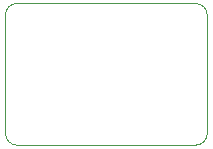
<source format=gm1>
G04 #@! TF.GenerationSoftware,KiCad,Pcbnew,9.0.4*
G04 #@! TF.CreationDate,2025-12-19T23:34:41-05:00*
G04 #@! TF.ProjectId,AD5626BRMZ-kent,41443536-3236-4425-924d-5a2d6b656e74,rev?*
G04 #@! TF.SameCoordinates,Original*
G04 #@! TF.FileFunction,Profile,NP*
%FSLAX46Y46*%
G04 Gerber Fmt 4.6, Leading zero omitted, Abs format (unit mm)*
G04 Created by KiCad (PCBNEW 9.0.4) date 2025-12-19 23:34:41*
%MOMM*%
%LPD*%
G01*
G04 APERTURE LIST*
G04 #@! TA.AperFunction,Profile*
%ADD10C,0.050000*%
G04 #@! TD*
G04 APERTURE END LIST*
D10*
X147000000Y-100300000D02*
G75*
G02*
X146000000Y-101300000I-1000000J0D01*
G01*
X129900000Y-100300000D02*
X129900000Y-90300000D01*
X130900000Y-89300000D02*
X146000000Y-89300000D01*
X129900000Y-90300000D02*
G75*
G02*
X130900000Y-89300000I1000000J0D01*
G01*
X147000000Y-90300000D02*
X147000000Y-100300000D01*
X146000000Y-89300000D02*
G75*
G02*
X147000000Y-90300000I0J-1000000D01*
G01*
X130900000Y-101300000D02*
G75*
G02*
X129900000Y-100300000I0J1000000D01*
G01*
X146000000Y-101300000D02*
X130900000Y-101300000D01*
M02*

</source>
